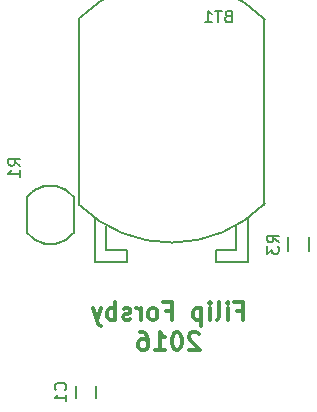
<source format=gbo>
G04 #@! TF.FileFunction,Legend,Bot*
%FSLAX46Y46*%
G04 Gerber Fmt 4.6, Leading zero omitted, Abs format (unit mm)*
G04 Created by KiCad (PCBNEW 4.0.4+e1-6308~48~ubuntu16.04.1-stable) date Tue Dec 13 09:27:16 2016*
%MOMM*%
%LPD*%
G01*
G04 APERTURE LIST*
%ADD10C,0.100000*%
%ADD11C,0.300000*%
%ADD12C,0.150000*%
G04 APERTURE END LIST*
D10*
D11*
X195035714Y-125617857D02*
X195535714Y-125617857D01*
X195535714Y-126403571D02*
X195535714Y-124903571D01*
X194821428Y-124903571D01*
X194250000Y-126403571D02*
X194250000Y-125403571D01*
X194250000Y-124903571D02*
X194321429Y-124975000D01*
X194250000Y-125046429D01*
X194178572Y-124975000D01*
X194250000Y-124903571D01*
X194250000Y-125046429D01*
X193321428Y-126403571D02*
X193464286Y-126332143D01*
X193535714Y-126189286D01*
X193535714Y-124903571D01*
X192750000Y-126403571D02*
X192750000Y-125403571D01*
X192750000Y-124903571D02*
X192821429Y-124975000D01*
X192750000Y-125046429D01*
X192678572Y-124975000D01*
X192750000Y-124903571D01*
X192750000Y-125046429D01*
X192035714Y-125403571D02*
X192035714Y-126903571D01*
X192035714Y-125475000D02*
X191892857Y-125403571D01*
X191607143Y-125403571D01*
X191464286Y-125475000D01*
X191392857Y-125546429D01*
X191321428Y-125689286D01*
X191321428Y-126117857D01*
X191392857Y-126260714D01*
X191464286Y-126332143D01*
X191607143Y-126403571D01*
X191892857Y-126403571D01*
X192035714Y-126332143D01*
X189035714Y-125617857D02*
X189535714Y-125617857D01*
X189535714Y-126403571D02*
X189535714Y-124903571D01*
X188821428Y-124903571D01*
X188035714Y-126403571D02*
X188178572Y-126332143D01*
X188250000Y-126260714D01*
X188321429Y-126117857D01*
X188321429Y-125689286D01*
X188250000Y-125546429D01*
X188178572Y-125475000D01*
X188035714Y-125403571D01*
X187821429Y-125403571D01*
X187678572Y-125475000D01*
X187607143Y-125546429D01*
X187535714Y-125689286D01*
X187535714Y-126117857D01*
X187607143Y-126260714D01*
X187678572Y-126332143D01*
X187821429Y-126403571D01*
X188035714Y-126403571D01*
X186892857Y-126403571D02*
X186892857Y-125403571D01*
X186892857Y-125689286D02*
X186821429Y-125546429D01*
X186750000Y-125475000D01*
X186607143Y-125403571D01*
X186464286Y-125403571D01*
X186035715Y-126332143D02*
X185892858Y-126403571D01*
X185607143Y-126403571D01*
X185464286Y-126332143D01*
X185392858Y-126189286D01*
X185392858Y-126117857D01*
X185464286Y-125975000D01*
X185607143Y-125903571D01*
X185821429Y-125903571D01*
X185964286Y-125832143D01*
X186035715Y-125689286D01*
X186035715Y-125617857D01*
X185964286Y-125475000D01*
X185821429Y-125403571D01*
X185607143Y-125403571D01*
X185464286Y-125475000D01*
X184750000Y-126403571D02*
X184750000Y-124903571D01*
X184750000Y-125475000D02*
X184607143Y-125403571D01*
X184321429Y-125403571D01*
X184178572Y-125475000D01*
X184107143Y-125546429D01*
X184035714Y-125689286D01*
X184035714Y-126117857D01*
X184107143Y-126260714D01*
X184178572Y-126332143D01*
X184321429Y-126403571D01*
X184607143Y-126403571D01*
X184750000Y-126332143D01*
X183535714Y-125403571D02*
X183178571Y-126403571D01*
X182821429Y-125403571D02*
X183178571Y-126403571D01*
X183321429Y-126760714D01*
X183392857Y-126832143D01*
X183535714Y-126903571D01*
X191821428Y-127596429D02*
X191749999Y-127525000D01*
X191607142Y-127453571D01*
X191249999Y-127453571D01*
X191107142Y-127525000D01*
X191035713Y-127596429D01*
X190964285Y-127739286D01*
X190964285Y-127882143D01*
X191035713Y-128096429D01*
X191892856Y-128953571D01*
X190964285Y-128953571D01*
X190035714Y-127453571D02*
X189892857Y-127453571D01*
X189750000Y-127525000D01*
X189678571Y-127596429D01*
X189607142Y-127739286D01*
X189535714Y-128025000D01*
X189535714Y-128382143D01*
X189607142Y-128667857D01*
X189678571Y-128810714D01*
X189750000Y-128882143D01*
X189892857Y-128953571D01*
X190035714Y-128953571D01*
X190178571Y-128882143D01*
X190250000Y-128810714D01*
X190321428Y-128667857D01*
X190392857Y-128382143D01*
X190392857Y-128025000D01*
X190321428Y-127739286D01*
X190250000Y-127596429D01*
X190178571Y-127525000D01*
X190035714Y-127453571D01*
X188107143Y-128953571D02*
X188964286Y-128953571D01*
X188535714Y-128953571D02*
X188535714Y-127453571D01*
X188678571Y-127667857D01*
X188821429Y-127810714D01*
X188964286Y-127882143D01*
X186821429Y-127453571D02*
X187107143Y-127453571D01*
X187250000Y-127525000D01*
X187321429Y-127596429D01*
X187464286Y-127810714D01*
X187535715Y-128096429D01*
X187535715Y-128667857D01*
X187464286Y-128810714D01*
X187392858Y-128882143D01*
X187250000Y-128953571D01*
X186964286Y-128953571D01*
X186821429Y-128882143D01*
X186750000Y-128810714D01*
X186678572Y-128667857D01*
X186678572Y-128310714D01*
X186750000Y-128167857D01*
X186821429Y-128096429D01*
X186964286Y-128025000D01*
X187250000Y-128025000D01*
X187392858Y-128096429D01*
X187464286Y-128167857D01*
X187535715Y-128310714D01*
D12*
X185700000Y-121450000D02*
X185700000Y-120450000D01*
X185700000Y-120450000D02*
X184000000Y-120450000D01*
X184000000Y-120450000D02*
X184000000Y-118450000D01*
X193300000Y-121450000D02*
X193300000Y-120450000D01*
X193300000Y-120450000D02*
X195000000Y-120450000D01*
X195000000Y-120450000D02*
X195000000Y-118450000D01*
X193300000Y-121450000D02*
X196000000Y-121450000D01*
X196000000Y-121450000D02*
X196000000Y-117750000D01*
X185700000Y-121450000D02*
X183000000Y-121450000D01*
X183000000Y-121450000D02*
X183000000Y-117750000D01*
X181700000Y-100850000D02*
G75*
G02X197400000Y-100950000I7800000J-7900000D01*
G01*
X197400000Y-116550000D02*
G75*
G02X181700000Y-116650000I-7900000J7800000D01*
G01*
X181700000Y-100850000D02*
X181700000Y-116650000D01*
X197300000Y-116650000D02*
X197300000Y-100850000D01*
X181400000Y-133000000D02*
X181400000Y-132000000D01*
X183100000Y-132000000D02*
X183100000Y-133000000D01*
X201125000Y-120600000D02*
X201125000Y-119400000D01*
X199375000Y-119400000D02*
X199375000Y-120600000D01*
X177250000Y-116000000D02*
G75*
G02X180750000Y-115500000I2000000J-1500000D01*
G01*
X177750000Y-115500000D02*
G75*
G02X181250000Y-116000000I1500000J-2000000D01*
G01*
X180750000Y-119500000D02*
G75*
G02X177250000Y-119000000I-1500000J2000000D01*
G01*
X181250000Y-119000000D02*
G75*
G02X177750000Y-119500000I-2000000J1500000D01*
G01*
X177250000Y-119000000D02*
X177250000Y-116000000D01*
X181250000Y-116000000D02*
X181250000Y-119000000D01*
X194285714Y-100678571D02*
X194142857Y-100726190D01*
X194095238Y-100773810D01*
X194047619Y-100869048D01*
X194047619Y-101011905D01*
X194095238Y-101107143D01*
X194142857Y-101154762D01*
X194238095Y-101202381D01*
X194619048Y-101202381D01*
X194619048Y-100202381D01*
X194285714Y-100202381D01*
X194190476Y-100250000D01*
X194142857Y-100297619D01*
X194095238Y-100392857D01*
X194095238Y-100488095D01*
X194142857Y-100583333D01*
X194190476Y-100630952D01*
X194285714Y-100678571D01*
X194619048Y-100678571D01*
X193761905Y-100202381D02*
X193190476Y-100202381D01*
X193476191Y-101202381D02*
X193476191Y-100202381D01*
X192333333Y-101202381D02*
X192904762Y-101202381D01*
X192619048Y-101202381D02*
X192619048Y-100202381D01*
X192714286Y-100345238D01*
X192809524Y-100440476D01*
X192904762Y-100488095D01*
X180507143Y-132333334D02*
X180554762Y-132285715D01*
X180602381Y-132142858D01*
X180602381Y-132047620D01*
X180554762Y-131904762D01*
X180459524Y-131809524D01*
X180364286Y-131761905D01*
X180173810Y-131714286D01*
X180030952Y-131714286D01*
X179840476Y-131761905D01*
X179745238Y-131809524D01*
X179650000Y-131904762D01*
X179602381Y-132047620D01*
X179602381Y-132142858D01*
X179650000Y-132285715D01*
X179697619Y-132333334D01*
X180602381Y-133285715D02*
X180602381Y-132714286D01*
X180602381Y-133000000D02*
X179602381Y-133000000D01*
X179745238Y-132904762D01*
X179840476Y-132809524D01*
X179888095Y-132714286D01*
X198602381Y-119833334D02*
X198126190Y-119500000D01*
X198602381Y-119261905D02*
X197602381Y-119261905D01*
X197602381Y-119642858D01*
X197650000Y-119738096D01*
X197697619Y-119785715D01*
X197792857Y-119833334D01*
X197935714Y-119833334D01*
X198030952Y-119785715D01*
X198078571Y-119738096D01*
X198126190Y-119642858D01*
X198126190Y-119261905D01*
X197602381Y-120166667D02*
X197602381Y-120785715D01*
X197983333Y-120452381D01*
X197983333Y-120595239D01*
X198030952Y-120690477D01*
X198078571Y-120738096D01*
X198173810Y-120785715D01*
X198411905Y-120785715D01*
X198507143Y-120738096D01*
X198554762Y-120690477D01*
X198602381Y-120595239D01*
X198602381Y-120309524D01*
X198554762Y-120214286D01*
X198507143Y-120166667D01*
X176702381Y-113333334D02*
X176226190Y-113000000D01*
X176702381Y-112761905D02*
X175702381Y-112761905D01*
X175702381Y-113142858D01*
X175750000Y-113238096D01*
X175797619Y-113285715D01*
X175892857Y-113333334D01*
X176035714Y-113333334D01*
X176130952Y-113285715D01*
X176178571Y-113238096D01*
X176226190Y-113142858D01*
X176226190Y-112761905D01*
X176702381Y-114285715D02*
X176702381Y-113714286D01*
X176702381Y-114000000D02*
X175702381Y-114000000D01*
X175845238Y-113904762D01*
X175940476Y-113809524D01*
X175988095Y-113714286D01*
M02*

</source>
